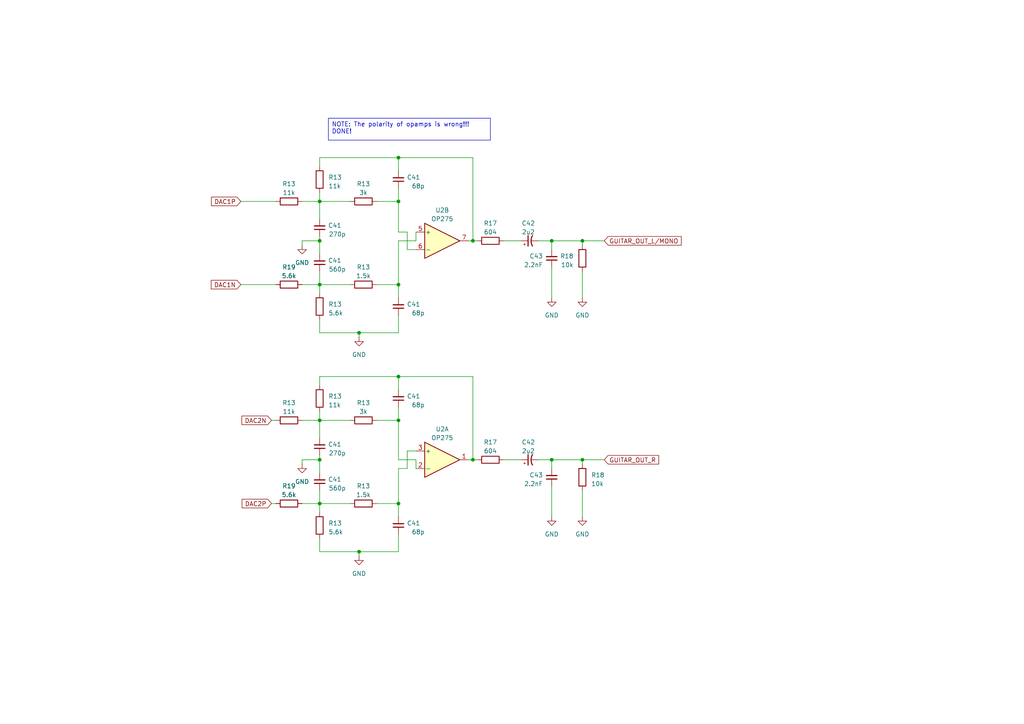
<source format=kicad_sch>
(kicad_sch (version 20230121) (generator eeschema)
  (paper "A4")
  (lib_symbols
    (symbol "Amplifier_Operational:OP275" (pin_names (offset 0.127))
      (property "Reference" "U" (at 0 5.08 0))
      (property "Value" "OP275" (at 0 -5.08 0))
      (symbol "OP275_1_1"
        (polyline (pts (xy -5.08 5.08) (xy 5.08 0) (xy -5.08 -5.08) (xy -5.08 5.08)) (stroke (width 0.254)) (fill (type background)))
        (pin output line (at 7.62 0 180) (length 2.54) (name "~") (number "1"))
        (pin input line (at -7.62 -2.54 0) (length 2.54) (name "-") (number "2"))
        (pin input line (at -7.62 2.54 0) (length 2.54) (name "+") (number "3"))
      )
      (symbol "OP275_2_1"
        (polyline (pts (xy -5.08 5.08) (xy 5.08 0) (xy -5.08 -5.08) (xy -5.08 5.08)) (stroke (width 0.254)) (fill (type background)))
        (pin input line (at -7.62 2.54 0) (length 2.54) (name "+") (number "5"))
        (pin input line (at -7.62 -2.54 0) (length 2.54) (name "-") (number "6"))
        (pin output line (at 7.62 0 180) (length 2.54) (name "~") (number "7"))
      )
      (symbol "OP275_3_1"
        (pin power_in line (at -2.54 -7.62 90) (length 3.81) (name "V-") (number "4"))
        (pin power_in line (at -2.54 7.62 270) (length 3.81) (name "V+") (number "8"))
      )
    )
    (symbol "Device:C_Polarized_Small_US" (pin_numbers hide) (pin_names (offset 0.254) hide)
      (property "Reference" "C" (at 0.254 1.778 0))
      (property "Value" "C_Polarized_Small_US" (at 0.254 -2.032 0))
      (symbol "C_Polarized_Small_US_0_1"
        (polyline (pts (xy -1.524 0.508) (xy 1.524 0.508)) (stroke (width 0.3048)))
        (polyline (pts (xy -1.27 1.524) (xy -0.762 1.524)))
        (polyline (pts (xy -1.016 1.27) (xy -1.016 1.778)))
        (arc (start 1.524 -0.762) (mid 0 -0.3734) (end -1.524 -0.762) (stroke (width 0.3048)))
      )
      (symbol "C_Polarized_Small_US_1_1"
        (pin passive line (at 0 2.54 270) (length 2.032) (name "~") (number "1"))
        (pin passive line (at 0 -2.54 90) (length 2.032) (name "~") (number "2"))
      )
    )
    (symbol "Device:C_Small" (pin_numbers hide) (pin_names (offset 0.254) hide)
      (property "Reference" "C" (at 0.254 1.778 0))
      (property "Value" "C_Small" (at 0.254 -2.032 0))
      (symbol "C_Small_0_1"
        (polyline (pts (xy -1.524 -0.508) (xy 1.524 -0.508)) (stroke (width 0.3302)))
        (polyline (pts (xy -1.524 0.508) (xy 1.524 0.508)) (stroke (width 0.3048)))
      )
      (symbol "C_Small_1_1"
        (pin passive line (at 0 2.54 270) (length 2.032) (name "~") (number "1"))
        (pin passive line (at 0 -2.54 90) (length 2.032) (name "~") (number "2"))
      )
    )
    (symbol "Device:R" (pin_numbers hide) (pin_names (offset 0))
      (property "Reference" "R" (at 2.032 0 90))
      (property "Value" "R" (at 0 0 90))
      (symbol "R_0_1"
        (rectangle (start -1.016 -2.54) (end 1.016 2.54) (stroke (width 0.254)))
      )
      (symbol "R_1_1"
        (pin passive line (at 0 3.81 270) (length 1.27) (name "~") (number "1"))
        (pin passive line (at 0 -3.81 90) (length 1.27) (name "~") (number "2"))
      )
    )
    (symbol "power:GND" (power) (pin_names (offset 0))
      (property "Value" "GND" (at 0 -3.81 0))
      (symbol "GND_0_1"
        (polyline (pts (xy 0 0) (xy 0 -1.27) (xy 1.27 -1.27) (xy 0 -2.54) (xy -1.27 -1.27) (xy 0 -1.27)))
      )
      (symbol "GND_1_1"
        (pin power_in line (at 0 0 270) (length 0) hide (name "GND") (number "1"))
      )
    )
  )
  (junction (at 92.71 69.85))
  (junction (at 92.71 82.55))
  (junction (at 160.02 69.85))
  (junction (at 115.57 45.72))
  (junction (at 92.71 121.92))
  (junction (at 104.14 96.52))
  (junction (at 115.57 58.42))
  (junction (at 160.02 133.35))
  (junction (at 137.16 69.85))
  (junction (at 168.91 69.85))
  (junction (at 92.71 146.05))
  (junction (at 115.57 82.55))
  (junction (at 115.57 146.05))
  (junction (at 92.71 133.35))
  (junction (at 115.57 121.92))
  (junction (at 168.91 133.35))
  (junction (at 115.57 109.22))
  (junction (at 104.14 160.02))
  (junction (at 137.16 133.35))
  (junction (at 92.71 58.42))
  (wire (pts (xy 87.63 133.35) (xy 92.71 133.35)))
  (wire (pts (xy 115.57 69.85) (xy 115.57 82.55)))
  (wire (pts (xy 135.89 133.35) (xy 137.16 133.35)))
  (wire (pts (xy 104.14 160.02) (xy 104.14 161.29)))
  (wire (pts (xy 115.57 135.89) (xy 118.11 135.89)))
  (wire (pts (xy 146.05 133.35) (xy 151.13 133.35)))
  (wire (pts (xy 168.91 78.74) (xy 168.91 86.36)))
  (wire (pts (xy 92.71 132.08) (xy 92.71 133.35)))
  (wire (pts (xy 115.57 135.89) (xy 115.57 146.05)))
  (wire (pts (xy 92.71 82.55) (xy 92.71 85.09)))
  (wire (pts (xy 92.71 68.58) (xy 92.71 69.85)))
  (wire (pts (xy 115.57 58.42) (xy 109.22 58.42)))
  (wire (pts (xy 92.71 45.72) (xy 115.57 45.72)))
  (wire (pts (xy 109.22 82.55) (xy 115.57 82.55)))
  (wire (pts (xy 168.91 142.24) (xy 168.91 149.86)))
  (wire (pts (xy 120.65 67.31) (xy 120.65 69.85)))
  (wire (pts (xy 115.57 133.35) (xy 120.65 133.35)))
  (wire (pts (xy 115.57 118.11) (xy 115.57 121.92)))
  (wire (pts (xy 87.63 69.85) (xy 92.71 69.85)))
  (wire (pts (xy 160.02 133.35) (xy 160.02 135.89)))
  (wire (pts (xy 87.63 71.12) (xy 87.63 69.85)))
  (wire (pts (xy 146.05 69.85) (xy 151.13 69.85)))
  (wire (pts (xy 92.71 121.92) (xy 92.71 127)))
  (wire (pts (xy 92.71 111.76) (xy 92.71 109.22)))
  (wire (pts (xy 160.02 77.47) (xy 160.02 86.36)))
  (wire (pts (xy 87.63 58.42) (xy 92.71 58.42)))
  (wire (pts (xy 78.74 121.92) (xy 80.01 121.92)))
  (wire (pts (xy 92.71 69.85) (xy 92.71 73.66)))
  (wire (pts (xy 104.14 96.52) (xy 115.57 96.52)))
  (wire (pts (xy 168.91 69.85) (xy 168.91 71.12)))
  (wire (pts (xy 87.63 134.62) (xy 87.63 133.35)))
  (wire (pts (xy 135.89 69.85) (xy 137.16 69.85)))
  (wire (pts (xy 115.57 146.05) (xy 115.57 149.86)))
  (wire (pts (xy 115.57 109.22) (xy 115.57 113.03)))
  (wire (pts (xy 92.71 109.22) (xy 115.57 109.22)))
  (wire (pts (xy 92.71 58.42) (xy 101.6 58.42)))
  (wire (pts (xy 92.71 142.24) (xy 92.71 146.05)))
  (wire (pts (xy 168.91 133.35) (xy 175.26 133.35)))
  (wire (pts (xy 115.57 67.31) (xy 118.11 67.31)))
  (wire (pts (xy 87.63 121.92) (xy 92.71 121.92)))
  (wire (pts (xy 168.91 133.35) (xy 168.91 134.62)))
  (wire (pts (xy 92.71 92.71) (xy 92.71 96.52)))
  (wire (pts (xy 92.71 48.26) (xy 92.71 45.72)))
  (wire (pts (xy 92.71 146.05) (xy 92.71 148.59)))
  (wire (pts (xy 115.57 91.44) (xy 115.57 96.52)))
  (wire (pts (xy 115.57 109.22) (xy 137.16 109.22)))
  (wire (pts (xy 78.74 146.05) (xy 80.01 146.05)))
  (wire (pts (xy 104.14 160.02) (xy 115.57 160.02)))
  (wire (pts (xy 137.16 69.85) (xy 138.43 69.85)))
  (wire (pts (xy 92.71 55.88) (xy 92.71 58.42)))
  (wire (pts (xy 137.16 133.35) (xy 138.43 133.35)))
  (wire (pts (xy 118.11 130.81) (xy 120.65 130.81)))
  (wire (pts (xy 69.85 58.42) (xy 80.01 58.42)))
  (wire (pts (xy 137.16 109.22) (xy 137.16 133.35)))
  (wire (pts (xy 115.57 45.72) (xy 115.57 49.53)))
  (wire (pts (xy 92.71 121.92) (xy 101.6 121.92)))
  (wire (pts (xy 120.65 69.85) (xy 115.57 69.85)))
  (wire (pts (xy 87.63 146.05) (xy 92.71 146.05)))
  (wire (pts (xy 92.71 133.35) (xy 92.71 137.16)))
  (wire (pts (xy 115.57 121.92) (xy 109.22 121.92)))
  (wire (pts (xy 87.63 82.55) (xy 92.71 82.55)))
  (wire (pts (xy 115.57 67.31) (xy 115.57 58.42)))
  (wire (pts (xy 160.02 133.35) (xy 168.91 133.35)))
  (wire (pts (xy 69.85 82.55) (xy 80.01 82.55)))
  (wire (pts (xy 115.57 54.61) (xy 115.57 58.42)))
  (wire (pts (xy 168.91 69.85) (xy 175.26 69.85)))
  (wire (pts (xy 115.57 45.72) (xy 137.16 45.72)))
  (wire (pts (xy 115.57 121.92) (xy 115.57 133.35)))
  (wire (pts (xy 104.14 96.52) (xy 104.14 97.79)))
  (wire (pts (xy 118.11 72.39) (xy 120.65 72.39)))
  (wire (pts (xy 92.71 156.21) (xy 92.71 160.02)))
  (wire (pts (xy 160.02 140.97) (xy 160.02 149.86)))
  (wire (pts (xy 115.57 82.55) (xy 115.57 86.36)))
  (wire (pts (xy 109.22 146.05) (xy 115.57 146.05)))
  (wire (pts (xy 118.11 135.89) (xy 118.11 130.81)))
  (wire (pts (xy 160.02 69.85) (xy 168.91 69.85)))
  (wire (pts (xy 156.21 69.85) (xy 160.02 69.85)))
  (wire (pts (xy 120.65 133.35) (xy 120.65 135.89)))
  (wire (pts (xy 92.71 119.38) (xy 92.71 121.92)))
  (wire (pts (xy 92.71 78.74) (xy 92.71 82.55)))
  (wire (pts (xy 92.71 58.42) (xy 92.71 63.5)))
  (wire (pts (xy 115.57 154.94) (xy 115.57 160.02)))
  (wire (pts (xy 156.21 133.35) (xy 160.02 133.35)))
  (wire (pts (xy 92.71 160.02) (xy 104.14 160.02)))
  (wire (pts (xy 92.71 82.55) (xy 101.6 82.55)))
  (wire (pts (xy 92.71 146.05) (xy 101.6 146.05)))
  (wire (pts (xy 137.16 45.72) (xy 137.16 69.85)))
  (wire (pts (xy 160.02 69.85) (xy 160.02 72.39)))
  (wire (pts (xy 118.11 67.31) (xy 118.11 72.39)))
  (wire (pts (xy 92.71 96.52) (xy 104.14 96.52)))
  (text_box "NOTE: The polarity of opamps is wrong!!! DONE!\n" (at 95.25 34.29 0) (size 46.99 6.35) (effects (font (size 1.27 1.27)) (justify left top)))
  (global_label "GUITAR_OUT_L{slash}MONO" (shape input) (at 175.26 69.85 0) (property "Intersheetrefs" "${INTERSHEET_REFS}" (effects hide)))
  (global_label "DAC2P" (shape input) (at 78.74 146.05 180) (property "Intersheetrefs" "${INTERSHEET_REFS}" (effects hide)))
  (global_label "GUITAR_OUT_R" (shape input) (at 175.26 133.35 0) (property "Intersheetrefs" "${INTERSHEET_REFS}" (effects hide)))
  (global_label "DAC2N" (shape input) (at 78.74 121.92 180) (property "Intersheetrefs" "${INTERSHEET_REFS}" (effects hide)))
  (global_label "DAC1P" (shape input) (at 69.85 58.42 180) (property "Intersheetrefs" "${INTERSHEET_REFS}" (effects hide)))
  (global_label "DAC1N" (shape input) (at 69.85 82.55 180) (property "Intersheetrefs" "${INTERSHEET_REFS}" (effects hide)))
  (symbol (lib_id "Device:C_Small") (at 160.02 74.93 0) (mirror x) (unit 1)
    (property "Reference" "C43" (at 157.48 74.2886 0) (effects (justify right)))
    (property "Value" "2.2nF" (at 157.48 76.8286 0) (effects (justify right)))
    (property "Footprint" "Capacitor_SMD:C_0603_1608Metric_Pad1.08x0.95mm_HandSolder" (effects hide))
  )
  (symbol (lib_id "power:GND") (at 160.02 86.36 0) (unit 1)
    (property "Reference" "#PWR02" (effects hide))
    (property "Value" "GND" (at 160.02 91.44 0))
    (instances (project "stm_audio_board_V3" (path "" (reference "#PWR02") (unit 1)) (path "" (reference "#PWR01") (unit 1)) (path "" (reference "#PWR046") (unit 1))))
  )
  (symbol (lib_id "Device:R") (at 142.24 69.85 270) (unit 1)
    (property "Reference" "R17" (at 142.24 64.77 90))
    (property "Value" "604" (at 142.24 67.31 90))
    (property "Footprint" "Resistor_SMD:R_0805_2012Metric_Pad1.20x1.40mm_HandSolder" (effects hide))
  )
  (symbol (lib_id "Device:C_Small") (at 92.71 139.7 0) (mirror x) (unit 1)
    (property "Reference" "C41" (at 99.06 139.0586 0) (effects (justify right)))
    (property "Value" "560p" (at 100.33 141.5986 0) (effects (justify right)))
    (property "Footprint" "Capacitor_SMD:C_0603_1608Metric_Pad1.08x0.95mm_HandSolder" (effects hide))
  )
  (symbol (lib_id "Device:C_Polarized_Small_US") (at 153.67 69.85 90) (unit 1)
    (property "Reference" "C42" (at 153.2382 64.77 90))
    (property "Value" "2u2" (at 153.2382 67.31 90))
    (property "Footprint" "Capacitor_SMD:C_0805_2012Metric_Pad1.18x1.45mm_HandSolder" (effects hide))
  )
  (symbol (lib_id "Device:R") (at 105.41 58.42 90) (mirror x) (unit 1)
    (property "Reference" "R13" (at 105.41 53.34 90))
    (property "Value" "3k" (at 105.41 55.88 90))
    (property "Footprint" "Resistor_SMD:R_0805_2012Metric_Pad1.20x1.40mm_HandSolder" (effects hide))
  )
  (symbol (lib_id "Device:R") (at 168.91 138.43 0) (unit 1)
    (property "Reference" "R18" (at 171.45 137.795 0) (effects (justify left)))
    (property "Value" "10k" (at 171.45 140.335 0) (effects (justify left)))
    (property "Footprint" "Resistor_SMD:R_0805_2012Metric_Pad1.20x1.40mm_HandSolder" (effects hide))
    (instances (project "stm_audio_board_V3" (path "" (reference "R18") (unit 1)) (path "" (reference "R24") (unit 1))))
  )
  (symbol (lib_id "Device:R") (at 92.71 52.07 180) (unit 1)
    (property "Reference" "R13" (at 95.25 51.435 0) (effects (justify right)))
    (property "Value" "11k" (at 95.25 53.975 0) (effects (justify right)))
    (property "Footprint" "Resistor_SMD:R_0805_2012Metric_Pad1.20x1.40mm_HandSolder" (effects hide))
    (instances (project "stm_audio_board_V3" (path "" (reference "R13") (unit 1)) (path "" (reference "R31") (unit 1))))
  )
  (symbol (lib_id "Device:R") (at 105.41 121.92 270) (unit 1)
    (property "Reference" "R13" (at 105.41 116.84 90))
    (property "Value" "3k" (at 105.41 119.38 90))
    (property "Footprint" "Resistor_SMD:R_0805_2012Metric_Pad1.20x1.40mm_HandSolder" (effects hide))
    (instances (project "stm_audio_board_V3" (path "" (reference "R13") (unit 1)) (path "" (reference "R21") (unit 1))))
  )
  (symbol (lib_id "Amplifier_Operational:OP275") (at 128.27 133.35 0) (unit 1)
    (property "Reference" "U2" (at 128.27 124.46 0))
    (property "Value" "OP275" (at 128.27 127 0))
    (property "Footprint" "Package_SO:SSOP-8_3.9x5.05mm_P1.27mm" (effects hide))
    (property "Datasheet" "https://www.analog.com/media/en/technical-documentation/data-sheets/OP275.pdf" (effects hide))
  )
  (symbol (lib_id "Device:C_Small") (at 115.57 88.9 0) (mirror x) (unit 1)
    (property "Reference" "C41" (at 121.92 88.2586 0) (effects (justify right)))
    (property "Value" "68p" (at 123.19 90.7986 0) (effects (justify right)))
    (property "Footprint" "Capacitor_SMD:C_0603_1608Metric_Pad1.08x0.95mm_HandSolder" (effects hide))
    (instances (project "stm_audio_board_V3" (path "" (reference "C41") (unit 1)) (path "" (reference "C38") (unit 1))))
  )
  (symbol (lib_id "Device:R") (at 92.71 152.4 180) (unit 1)
    (property "Reference" "R13" (at 95.25 151.765 0) (effects (justify right)))
    (property "Value" "5.6k" (at 95.25 154.305 0) (effects (justify right)))
    (property "Footprint" "Resistor_SMD:R_0805_2012Metric_Pad1.20x1.40mm_HandSolder" (effects hide))
    (instances (project "stm_audio_board_V3" (path "" (reference "R13") (unit 1)) (path "" (reference "R20") (unit 1))))
  )
  (symbol (lib_id "power:GND") (at 168.91 149.86 0) (unit 1)
    (property "Reference" "#PWR02" (effects hide))
    (property "Value" "GND" (at 168.91 154.94 0))
    (instances (project "stm_audio_board_V3" (path "" (reference "#PWR02") (unit 1)) (path "" (reference "#PWR01") (unit 1)) (path "" (reference "#PWR033") (unit 1))))
  )
  (symbol (lib_id "Device:R") (at 92.71 115.57 180) (unit 1)
    (property "Reference" "R13" (at 95.25 114.935 0) (effects (justify right)))
    (property "Value" "11k" (at 95.25 117.475 0) (effects (justify right)))
    (property "Footprint" "Resistor_SMD:R_0805_2012Metric_Pad1.20x1.40mm_HandSolder" (effects hide))
    (instances (project "stm_audio_board_V3" (path "" (reference "R13") (unit 1)) (path "" (reference "R19") (unit 1))))
  )
  (symbol (lib_id "Amplifier_Operational:OP275") (at 128.27 69.85 0) (unit 2)
    (property "Reference" "U2" (at 128.27 60.96 0))
    (property "Value" "OP275" (at 128.27 63.5 0))
    (property "Footprint" "Package_SO:SSOP-8_3.9x5.05mm_P1.27mm" (effects hide))
    (property "Datasheet" "https://www.analog.com/media/en/technical-documentation/data-sheets/OP275.pdf" (effects hide))
  )
  (symbol (lib_id "Device:R") (at 83.82 82.55 90) (unit 1)
    (property "Reference" "R19" (at 83.82 77.47 90))
    (property "Value" "5.6k" (at 83.82 80.01 90))
    (property "Footprint" "Resistor_SMD:R_0805_2012Metric_Pad1.20x1.40mm_HandSolder" (effects hide))
    (instances (project "stm_audio_board_V3" (path "" (reference "R19") (unit 1)) (path "" (reference "R27") (unit 1))))
  )
  (symbol (lib_id "power:GND") (at 168.91 86.36 0) (unit 1)
    (property "Reference" "#PWR02" (effects hide))
    (property "Value" "GND" (at 168.91 91.44 0))
    (instances (project "stm_audio_board_V3" (path "" (reference "#PWR02") (unit 1)) (path "" (reference "#PWR01") (unit 1)) (path "" (reference "#PWR031") (unit 1))))
  )
  (symbol (lib_id "Device:C_Small") (at 92.71 76.2 0) (mirror x) (unit 1)
    (property "Reference" "C41" (at 99.06 75.5586 0) (effects (justify right)))
    (property "Value" "560p" (at 100.33 78.0986 0) (effects (justify right)))
    (property "Footprint" "Capacitor_SMD:C_0603_1608Metric_Pad1.08x0.95mm_HandSolder" (effects hide))
    (instances (project "stm_audio_board_V3" (path "" (reference "C41") (unit 1)) (path "" (reference "C23") (unit 1))))
  )
  (symbol (lib_id "Device:R") (at 105.41 82.55 270) (unit 1)
    (property "Reference" "R13" (at 105.41 77.47 90))
    (property "Value" "1.5k" (at 105.41 80.01 90))
    (property "Footprint" "Resistor_SMD:R_0805_2012Metric_Pad1.20x1.40mm_HandSolder" (effects hide))
    (instances (project "stm_audio_board_V3" (path "" (reference "R13") (unit 1)) (path "" (reference "R14") (unit 1))))
  )
  (symbol (lib_id "power:GND") (at 87.63 71.12 0) (unit 1)
    (property "Reference" "#PWR02" (effects hide))
    (property "Value" "GND" (at 87.63 76.2 0))
    (instances (project "stm_audio_board_V3" (path "" (reference "#PWR02") (unit 1)) (path "" (reference "#PWR01") (unit 1)) (path "" (reference "#PWR014") (unit 1))))
  )
  (symbol (lib_id "Device:R") (at 83.82 146.05 90) (unit 1)
    (property "Reference" "R19" (at 83.82 140.97 90))
    (property "Value" "5.6k" (at 83.82 143.51 90))
    (property "Footprint" "Resistor_SMD:R_0805_2012Metric_Pad1.20x1.40mm_HandSolder" (effects hide))
    (instances (project "stm_audio_board_V3" (path "" (reference "R19") (unit 1)) (path "" (reference "R16") (unit 1))))
  )
  (symbol (lib_id "Device:R") (at 92.71 88.9 180) (unit 1)
    (property "Reference" "R13" (at 95.25 88.265 0) (effects (justify right)))
    (property "Value" "5.6k" (at 95.25 90.805 0) (effects (justify right)))
    (property "Footprint" "Resistor_SMD:R_0805_2012Metric_Pad1.20x1.40mm_HandSolder" (effects hide))
    (instances (project "stm_audio_board_V3" (path "" (reference "R13") (unit 1)) (path "" (reference "R32") (unit 1))))
  )
  (symbol (lib_id "Device:C_Small") (at 160.02 138.43 0) (mirror x) (unit 1)
    (property "Reference" "C43" (at 157.48 137.7886 0) (effects (justify right)))
    (property "Value" "2.2nF" (at 157.48 140.3286 0) (effects (justify right)))
    (property "Footprint" "Capacitor_SMD:C_0603_1608Metric_Pad1.08x0.95mm_HandSolder" (effects hide))
    (instances (project "stm_audio_board_V3" (path "" (reference "C43") (unit 1)) (path "" (reference "C47") (unit 1))))
  )
  (symbol (lib_id "power:GND") (at 104.14 161.29 0) (unit 1)
    (property "Reference" "#PWR02" (effects hide))
    (property "Value" "GND" (at 104.14 166.37 0))
    (instances (project "stm_audio_board_V3" (path "" (reference "#PWR02") (unit 1)) (path "" (reference "#PWR01") (unit 1)) (path "" (reference "#PWR027") (unit 1))))
  )
  (symbol (lib_id "Device:C_Polarized_Small_US") (at 153.67 133.35 90) (unit 1)
    (property "Reference" "C42" (at 153.2382 128.27 90))
    (property "Value" "2u2" (at 153.2382 130.81 90))
    (property "Footprint" "Capacitor_SMD:C_0805_2012Metric_Pad1.18x1.45mm_HandSolder" (effects hide))
    (instances (project "stm_audio_board_V3" (path "" (reference "C42") (unit 1)) (path "" (reference "C46") (unit 1))))
  )
  (symbol (lib_id "power:GND") (at 87.63 134.62 0) (unit 1)
    (property "Reference" "#PWR02" (effects hide))
    (property "Value" "GND" (at 87.63 139.7 0))
    (instances (project "stm_audio_board_V3" (path "" (reference "#PWR02") (unit 1)) (path "" (reference "#PWR01") (unit 1)) (path "" (reference "#PWR021") (unit 1))))
  )
  (symbol (lib_id "Device:R") (at 168.91 74.93 0) (mirror y) (unit 1)
    (property "Reference" "R18" (at 166.37 74.295 0) (effects (justify left)))
    (property "Value" "10k" (at 166.37 76.835 0) (effects (justify left)))
    (property "Footprint" "Resistor_SMD:R_0805_2012Metric_Pad1.20x1.40mm_HandSolder" (effects hide))
  )
  (symbol (lib_id "Device:R") (at 83.82 121.92 90) (unit 1)
    (property "Reference" "R13" (at 83.82 116.84 90))
    (property "Value" "11k" (at 83.82 119.38 90))
    (property "Footprint" "Resistor_SMD:R_0805_2012Metric_Pad1.20x1.40mm_HandSolder" (effects hide))
    (instances (project "stm_audio_board_V3" (path "" (reference "R13") (unit 1)) (path "" (reference "R15") (unit 1))))
  )
  (symbol (lib_id "Device:C_Small") (at 115.57 152.4 0) (mirror x) (unit 1)
    (property "Reference" "C41" (at 121.92 151.7586 0) (effects (justify right)))
    (property "Value" "68p" (at 123.19 154.2986 0) (effects (justify right)))
    (property "Footprint" "Capacitor_SMD:C_0603_1608Metric_Pad1.08x0.95mm_HandSolder" (effects hide))
    (instances (project "stm_audio_board_V3" (path "" (reference "C41") (unit 1)) (path "" (reference "C45") (unit 1))))
  )
  (symbol (lib_id "Device:R") (at 83.82 58.42 90) (unit 1)
    (property "Reference" "R13" (at 83.82 53.34 90))
    (property "Value" "11k" (at 83.82 55.88 90))
    (property "Footprint" "Resistor_SMD:R_0805_2012Metric_Pad1.20x1.40mm_HandSolder" (effects hide))
    (instances (project "stm_audio_board_V3" (path "" (reference "R13") (unit 1)) (path "" (reference "R30") (unit 1))))
  )
  (symbol (lib_id "Device:C_Small") (at 115.57 115.57 0) (mirror x) (unit 1)
    (property "Reference" "C41" (at 121.92 114.9286 0) (effects (justify right)))
    (property "Value" "68p" (at 123.19 117.4686 0) (effects (justify right)))
    (property "Footprint" "Capacitor_SMD:C_0603_1608Metric_Pad1.08x0.95mm_HandSolder" (effects hide))
    (instances (project "stm_audio_board_V3" (path "" (reference "C41") (unit 1)) (path "" (reference "C44") (unit 1))))
  )
  (symbol (lib_id "Device:R") (at 105.41 146.05 270) (unit 1)
    (property "Reference" "R13" (at 105.41 140.97 90))
    (property "Value" "1.5k" (at 105.41 143.51 90))
    (property "Footprint" "Resistor_SMD:R_0805_2012Metric_Pad1.20x1.40mm_HandSolder" (effects hide))
    (instances (project "stm_audio_board_V3" (path "" (reference "R13") (unit 1)) (path "" (reference "R22") (unit 1))))
  )
  (symbol (lib_id "Device:C_Small") (at 115.57 52.07 0) (mirror x) (unit 1)
    (property "Reference" "C41" (at 121.92 51.4286 0) (effects (justify right)))
    (property "Value" "68p" (at 123.19 53.9686 0) (effects (justify right)))
    (property "Footprint" "Capacitor_SMD:C_0603_1608Metric_Pad1.08x0.95mm_HandSolder" (effects hide))
    (instances (project "stm_audio_board_V3" (path "" (reference "C41") (unit 1)) (path "" (reference "C39") (unit 1))))
  )
  (symbol (lib_id "Device:R") (at 142.24 133.35 270) (unit 1)
    (property "Reference" "R17" (at 142.24 128.27 90))
    (property "Value" "604" (at 142.24 130.81 90))
    (property "Footprint" "Resistor_SMD:R_0805_2012Metric_Pad1.20x1.40mm_HandSolder" (effects hide))
    (instances (project "stm_audio_board_V3" (path "" (reference "R17") (unit 1)) (path "" (reference "R23") (unit 1))))
  )
  (symbol (lib_id "power:GND") (at 160.02 149.86 0) (unit 1)
    (property "Reference" "#PWR02" (effects hide))
    (property "Value" "GND" (at 160.02 154.94 0))
    (instances (project "stm_audio_board_V3" (path "" (reference "#PWR02") (unit 1)) (path "" (reference "#PWR01") (unit 1)) (path "" (reference "#PWR030") (unit 1))))
  )
  (symbol (lib_id "Device:C_Small") (at 92.71 66.04 0) (mirror x) (unit 1)
    (property "Reference" "C41" (at 99.06 65.3986 0) (effects (justify right)))
    (property "Value" "270p" (at 100.33 67.9386 0) (effects (justify right)))
    (property "Footprint" "Capacitor_SMD:C_0603_1608Metric_Pad1.08x0.95mm_HandSolder" (effects hide))
    (instances (project "stm_audio_board_V3" (path "" (reference "C41") (unit 1)) (path "" (reference "C22") (unit 1))))
  )
  (symbol (lib_id "Device:C_Small") (at 92.71 129.54 0) (mirror x) (unit 1)
    (property "Reference" "C41" (at 99.06 128.8986 0) (effects (justify right)))
    (property "Value" "270p" (at 100.33 131.4386 0) (effects (justify right)))
    (property "Footprint" "Capacitor_SMD:C_0603_1608Metric_Pad1.08x0.95mm_HandSolder" (effects hide))
    (instances (project "stm_audio_board_V3" (path "" (reference "C41") (unit 1)) (path "" (reference "C40") (unit 1))))
  )
  (symbol (lib_id "power:GND") (at 104.14 97.79 0) (unit 1)
    (property "Reference" "#PWR02" (effects hide))
    (property "Value" "GND" (at 104.14 102.87 0))
    (instances (project "stm_audio_board_V3" (path "" (reference "#PWR02") (unit 1)) (path "" (reference "#PWR01") (unit 1)) (path "" (reference "#PWR015") (unit 1))))
  )
)
</source>
